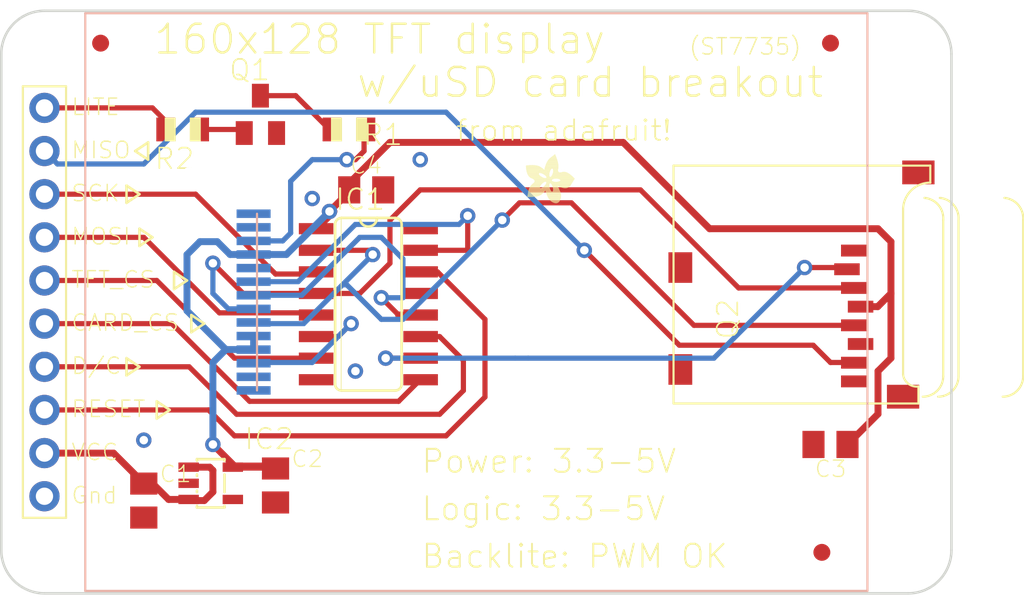
<source format=kicad_pcb>
(kicad_pcb (version 20190331) (host pcbnew "6.0.0-unknown-f877548~86~ubuntu18.04.1")
  (layers (0 "Top" signal) (1 "Route2" signal) (2 "Route3" signal) (3 "Route4" signal) (4 "Route5" signal) (5 "Route6" signal) (6 "Route7" signal) (7 "Route8" signal) (8 "Route9" signal) (9 "Route10" signal) (10 "Route11" signal) (11 "Route12" signal) (12 "Route13" signal) (13 "Route14" signal) (14 "Route15" signal) (31 "Bottom" signal) (34 "B.Paste" user) (35 "F.Paste" user) (36 "B.SilkS" user) (37 "F.SilkS" user) (38 "B.Mask" user) (39 "F.Mask" user) (44 "Edge.Cuts" user))
  (net 0 "")
  (net 1 "GND")
  (module "" (layer "Top") (at 123.1011 90.3986)
    (fp_text reference "@HOLE0" hide)
    (fp_text value "" (at 0 0) (layer "F.SilkS") (effects (font (size 1.27 1.27))))
    (pad "" np_thru_hole circle (at 0 0) (size 2.2 2.2) (drill 2.2) (layers *.Cu *.Mask))
  )
  (module "" (layer "Top") (at 123.1011 119.6086)
    (fp_text reference "@HOLE1" hide)
    (fp_text value "" (at 0 0) (layer "F.SilkS") (effects (font (size 1.27 1.27))))
    (pad "" np_thru_hole circle (at 0 0) (size 2.2 2.2) (drill 2.2) (layers *.Cu *.Mask))
  )
  (module "" (layer "Top") (at 173.9011 119.6086)
    (fp_text reference "@HOLE2" hide)
    (fp_text value "" (at 0 0) (layer "F.SilkS") (effects (font (size 1.27 1.27))))
    (pad "" np_thru_hole circle (at 0 0) (size 2.2 2.2) (drill 2.2) (layers *.Cu *.Mask))
  )
  (module "" (layer "Top") (at 173.9011 90.3986)
    (fp_text reference "@HOLE3" hide)
    (fp_text value "" (at 0 0) (layer "F.SilkS") (effects (font (size 1.27 1.27))))
    (pad "" np_thru_hole circle (at 0 0) (size 2.2 2.2) (drill 2.2) (layers *.Cu *.Mask))
  )
  (module "jdt1800-bob:JD-T1800" (layer "Bottom") (at 148.5011 105.0036 90)
    (fp_text reference "U$1" hide)
    (fp_text value "JD-T1800" hide)
    (pad "" np_thru_hole circle (at 7.65 -16.9 90) (size 0.6 0.6) (drill 0.6) (layers *.Cu *.Mask))
    (pad "" np_thru_hole circle (at -12.8 -16.9 90) (size 0.6 0.6) (drill 0.6) (layers *.Cu *.Mask))
    (pad "14" smd rect (at -5.2 -13.1) (size 2 0.5) (layers "Bottom" "B.Paste" "B.Mask"))
    (pad "1" smd rect (at 5.2 -13.1) (size 2 0.5) (layers "Bottom" "B.Paste" "B.Mask"))
    (pad "2" smd rect (at 4.4 -13.1) (size 2 0.5) (layers "Bottom" "B.Paste" "B.Mask"))
    (pad "3" smd rect (at 3.6 -13.1) (size 2 0.5) (layers "Bottom" "B.Paste" "B.Mask"))
    (pad "4" smd rect (at 2.8 -13.1) (size 2 0.5) (layers "Bottom" "B.Paste" "B.Mask"))
    (pad "5" smd rect (at 2 -13.1) (size 2 0.5) (layers "Bottom" "B.Paste" "B.Mask"))
    (pad "6" smd rect (at 1.2 -13.1) (size 2 0.5) (layers "Bottom" "B.Paste" "B.Mask"))
    (pad "7" smd rect (at 0.4 -13.1) (size 2 0.5) (layers "Bottom" "B.Paste" "B.Mask"))
    (pad "8" smd rect (at -0.4 -13.1) (size 2 0.5) (layers "Bottom" "B.Paste" "B.Mask"))
    (pad "9" smd rect (at -1.2 -13.1) (size 2 0.5) (layers "Bottom" "B.Paste" "B.Mask"))
    (pad "10" smd rect (at -2 -13.1) (size 2 0.5) (layers "Bottom" "B.Paste" "B.Mask"))
    (pad "11" smd rect (at -2.8 -13.1) (size 2 0.5) (layers "Bottom" "B.Paste" "B.Mask"))
    (pad "12" smd rect (at -3.6 -13.1) (size 2 0.5) (layers "Bottom" "B.Paste" "B.Mask"))
    (pad "13" smd rect (at -4.4 -13.1) (size 2 0.5) (layers "Bottom" "B.Paste" "B.Mask"))
  )
  (module "jdt1800-bob:SO16" (layer "Top") (at 142.1511 105.1306 270)
    (fp_text reference "IC1" (at -5.461 2.032) (layer "F.SilkS") (effects (font (size 1.2065 1.2065) (thickness 0.12065)) (justify left bottom)))
    (fp_text value "4050D")
    (pad "9" smd rect (at 4.445 -3.0734 270) (size 0.6604 2.032) (layers "Top" "F.Paste" "F.Mask"))
    (pad "8" smd rect (at 4.445 3.0734 270) (size 0.6604 2.032) (layers "Top" "F.Paste" "F.Mask"))
    (pad "10" smd rect (at 3.175 -3.0734 270) (size 0.6604 2.032) (layers "Top" "F.Paste" "F.Mask"))
    (pad "11" smd rect (at 1.905 -3.0734 270) (size 0.6604 2.032) (layers "Top" "F.Paste" "F.Mask"))
    (pad "7" smd rect (at 3.175 3.0734 270) (size 0.6604 2.032) (layers "Top" "F.Paste" "F.Mask"))
    (pad "6" smd rect (at 1.905 3.0734 270) (size 0.6604 2.032) (layers "Top" "F.Paste" "F.Mask"))
    (pad "12" smd rect (at 0.635 -3.0734 270) (size 0.6604 2.032) (layers "Top" "F.Paste" "F.Mask"))
    (pad "5" smd rect (at 0.635 3.0734 270) (size 0.6604 2.032) (layers "Top" "F.Paste" "F.Mask"))
    (pad "13" smd rect (at -0.635 -3.0734 270) (size 0.6604 2.032) (layers "Top" "F.Paste" "F.Mask"))
    (pad "4" smd rect (at -0.635 3.0734 270) (size 0.6604 2.032) (layers "Top" "F.Paste" "F.Mask"))
    (pad "14" smd rect (at -1.905 -3.0734 270) (size 0.6604 2.032) (layers "Top" "F.Paste" "F.Mask"))
    (pad "15" smd rect (at -3.175 -3.0734 270) (size 0.6604 2.032) (layers "Top" "F.Paste" "F.Mask"))
    (pad "3" smd rect (at -1.905 3.0734 270) (size 0.6604 2.032) (layers "Top" "F.Paste" "F.Mask"))
    (pad "2" smd rect (at -3.175 3.0734 270) (size 0.6604 2.032) (layers "Top" "F.Paste" "F.Mask"))
    (pad "16" smd rect (at -4.445 -3.0734 270) (size 0.6604 2.032) (layers "Top" "F.Paste" "F.Mask"))
    (pad "1" smd rect (at -4.445 3.0734 270) (size 0.6604 2.032) (layers "Top" "F.Paste" "F.Mask"))
  )
  (module "jdt1800-bob:MICROSD" (layer "Top") (at 160.0581 110.9726 90)
    (fp_text reference "Q2" (at 3.7 3.94 90) (layer "F.SilkS") (effects (font (size 1.2065 1.2065) (thickness 0.09652)) (justify left bottom)))
    (fp_text value "MICROSD" hide)
    (pad "1" smd rect (at 9 10.64 90) (size 0.7 1.5) (layers "Top" "F.Paste" "F.Mask"))
    (pad "2" smd rect (at 7.9 10.24 90) (size 0.7 1.5) (layers "Top" "F.Paste" "F.Mask"))
    (pad "3" smd rect (at 6.8 10.64 90) (size 0.7 1.5) (layers "Top" "F.Paste" "F.Mask"))
    (pad "4" smd rect (at 5.7 11.04 90) (size 0.7 1.5) (layers "Top" "F.Paste" "F.Mask"))
    (pad "5" smd rect (at 4.6 10.64 90) (size 0.7 1.5) (layers "Top" "F.Paste" "F.Mask"))
    (pad "6" smd rect (at 3.5 11.04 90) (size 0.7 1.5) (layers "Top" "F.Paste" "F.Mask"))
    (pad "7" smd rect (at 2.4 10.64 90) (size 0.7 1.5) (layers "Top" "F.Paste" "F.Mask"))
    (pad "8" smd rect (at 1.3 10.64 90) (size 0.7 1.5) (layers "Top" "F.Paste" "F.Mask"))
    (pad "CD2" smd rect (at 8 0.44 180) (size 1.4 1.8) (layers "Top" "F.Paste" "F.Mask"))
    (pad "CD1" smd rect (at 2 0.44 180) (size 1.4 1.8) (layers "Top" "F.Paste" "F.Mask"))
    (pad "MT2" smd rect (at 13.6 14.44 90) (size 1.4 1.9) (layers "Top" "F.Paste" "F.Mask"))
    (pad "MT1" smd rect (at 0.4 13.54 90) (size 1.4 1.9) (layers "Top" "F.Paste" "F.Mask"))
  )
  (module "jdt1800-bob:SOT23-5L" (layer "Top") (at 132.8801 115.6716 270)
    (fp_text reference "IC2" (at -1.905 -1.905) (layer "F.SilkS") (effects (font (size 1.2065 1.2065) (thickness 0.09652)) (justify left bottom)))
    (fp_text value "LP298XS")
    (pad "5" smd rect (at -0.95 -1.3 270) (size 0.55 1.2) (layers "Top" "F.Paste" "F.Mask"))
    (pad "4" smd rect (at 0.95 -1.3 270) (size 0.55 1.2) (layers "Top" "F.Paste" "F.Mask"))
    (pad "3" smd rect (at 0.95 1.3 270) (size 0.55 1.2) (layers "Top" "F.Paste" "F.Mask"))
    (pad "2" smd rect (at 0 1.3 270) (size 0.55 1.2) (layers "Top" "F.Paste" "F.Mask"))
    (pad "1" smd rect (at -0.95 1.3 270) (size 0.55 1.2) (layers "Top" "F.Paste" "F.Mask"))
  )
  (module "jdt1800-bob:R0805" (layer "Top") (at 141.0081 94.8436 180)
    (fp_text reference "R1" (at -0.762 -1.016) (layer "F.SilkS") (effects (font (size 1.2065 1.2065) (thickness 0.09652)) (justify left bottom)))
    (fp_text value "22 ohm")
    (pad "2" smd rect (at 1 0 180) (size 1.1 1.4) (layers "Top" "F.Paste" "F.Mask"))
    (pad "1" smd rect (at -1 0 180) (size 1.1 1.4) (layers "Top" "F.Paste" "F.Mask"))
  )
  (module "jdt1800-bob:SOT23-BEC" (layer "Top") (at 135.8011 93.9546)
    (fp_text reference "Q1" (at -1.905 -1.905) (layer "F.SilkS") (effects (font (size 1.2065 1.2065) (thickness 0.09652)) (justify left bottom)))
    (fp_text value "2N2222")
    (pad "B" smd rect (at -0.95 1.1) (size 1 1.4) (layers "Top" "F.Paste" "F.Mask"))
    (pad "E" smd rect (at 0.95 1.1) (size 1 1.4) (layers "Top" "F.Paste" "F.Mask"))
    (pad "C" smd rect (at 0 -1.1) (size 1 1.4) (layers "Top" "F.Paste" "F.Mask"))
  )
  (module "jdt1800-bob:R0805" (layer "Top") (at 131.2291 94.8436 180)
    (fp_text reference "R2" (at -0.762 -1.016) (layer "F.SilkS") (effects (font (size 1.2065 1.2065) (thickness 0.09652)) (justify right top)))
    (fp_text value "1K")
    (pad "2" smd rect (at 1 0 180) (size 1.1 1.4) (layers "Top" "F.Paste" "F.Mask"))
    (pad "1" smd rect (at -1 0 180) (size 1.1 1.4) (layers "Top" "F.Paste" "F.Mask"))
  )
  (module "jdt1800-bob:C0805K" (layer "Top") (at 128.9431 116.6876 270)
    (fp_text reference "C1" (at -1 -0.875) (layer "F.SilkS") (effects (font (size 0.9652 0.9652) (thickness 0.077216)) (justify left bottom)))
    (fp_text value "10uF")
    (pad "2" smd rect (at 1 0 270) (size 1.3 1.6) (layers "Top" "F.Paste" "F.Mask"))
    (pad "1" smd rect (at -1 0 270) (size 1.3 1.6) (layers "Top" "F.Paste" "F.Mask"))
  )
  (module "jdt1800-bob:C0805K" (layer "Top") (at 136.6901 115.7986 270)
    (fp_text reference "C2" (at -1 -0.875) (layer "F.SilkS") (effects (font (size 0.9652 0.9652) (thickness 0.077216)) (justify left bottom)))
    (fp_text value "10uF")
    (pad "2" smd rect (at 1 0 270) (size 1.3 1.6) (layers "Top" "F.Paste" "F.Mask"))
    (pad "1" smd rect (at -1 0 270) (size 1.3 1.6) (layers "Top" "F.Paste" "F.Mask"))
  )
  (module "jdt1800-bob:C0805K" (layer "Top") (at 169.3291 113.3856 180)
    (fp_text reference "C3" (at -1 -0.875) (layer "F.SilkS") (effects (font (size 0.9652 0.9652) (thickness 0.077216)) (justify right top)))
    (fp_text value "0.1uF")
    (pad "2" smd rect (at 1 0 180) (size 1.3 1.6) (layers "Top" "F.Paste" "F.Mask"))
    (pad "1" smd rect (at -1 0 180) (size 1.3 1.6) (layers "Top" "F.Paste" "F.Mask"))
  )
  (module "jdt1800-bob:C0805K" (layer "Top") (at 142.0241 98.3996)
    (fp_text reference "C4" (at -1 -0.875) (layer "F.SilkS") (effects (font (size 0.9652 0.9652) (thickness 0.077216)) (justify left bottom)))
    (fp_text value "0.1uF")
    (pad "2" smd rect (at 1 0) (size 1.3 1.6) (layers "Top" "F.Paste" "F.Mask"))
    (pad "1" smd rect (at -1 0) (size 1.3 1.6) (layers "Top" "F.Paste" "F.Mask"))
  )
  (module "jdt1800-bob:1X10-BIG" (layer "Top") (at 123.1011 105.0036 270)
    (fp_text reference "U$2" hide)
    (fp_text value "PINHD-1X10" hide)
    (pad "10" thru_hole circle (at 11.43 0) (size 1.778 1.778) (drill 1.016) (layers *.Cu *.Mask))
    (pad "9" thru_hole circle (at 8.89 0) (size 1.778 1.778) (drill 1.016) (layers *.Cu *.Mask))
    (pad "8" thru_hole circle (at 6.35 0) (size 1.778 1.778) (drill 1.016) (layers *.Cu *.Mask))
    (pad "7" thru_hole circle (at 3.81 0) (size 1.778 1.778) (drill 1.016) (layers *.Cu *.Mask))
    (pad "6" thru_hole circle (at 1.27 0) (size 1.778 1.778) (drill 1.016) (layers *.Cu *.Mask))
    (pad "5" thru_hole circle (at -1.27 0) (size 1.778 1.778) (drill 1.016) (layers *.Cu *.Mask))
    (pad "4" thru_hole circle (at -3.81 0) (size 1.778 1.778) (drill 1.016) (layers *.Cu *.Mask))
    (pad "3" thru_hole circle (at -6.35 0) (size 1.778 1.778) (drill 1.016) (layers *.Cu *.Mask))
    (pad "2" thru_hole circle (at -8.89 0) (size 1.778 1.778) (drill 1.016) (layers *.Cu *.Mask))
    (pad "1" thru_hole circle (at -11.43 0) (size 1.778 1.778) (drill 1.016) (layers *.Cu *.Mask))
  )
  (module "jdt1800-bob:FIDUCIAL_1MM" (layer "Top") (at 168.8211 119.7356)
    (fp_text reference "U$3" hide)
    (fp_text value "FIDUCIAL" hide)
    (pad "1" smd roundrect (at 0 0) (size 1 1) (layers "Top" "F.Mask") (roundrect_rratio 0.5))
  )
  (module "jdt1800-bob:FIDUCIAL_1MM" (layer "Top") (at 126.4031 89.7636)
    (fp_text reference "U$4" hide)
    (fp_text value "FIDUCIAL" hide)
    (pad "1" smd roundrect (at 0 0) (size 1 1) (layers "Top" "F.Mask") (roundrect_rratio 0.5))
  )
  (module "jdt1800-bob:FIDUCIAL_1MM" (layer "Top") (at 169.3291 89.7636)
    (fp_text reference "U$5" hide)
    (fp_text value "FIDUCIAL" hide)
    (pad "1" smd roundrect (at 0 0) (size 1 1) (layers "Top" "F.Mask") (roundrect_rratio 0.5))
  )
  (module "jdt1800-bob:ADAFRUIT200MIL" (layer "Top") (at 152.8191 97.6376 270)
    (fp_text reference "U$6" hide)
    (fp_text value "" hide)
  )
  (gr_arc (start 123.1011 90.3986) (end 123.1011 87.8586) (angle -90) (layer "Edge.Cuts") (width 0.15))
  (gr_line (start 120.5611 90.3986) (end 120.5611 119.6086) (layer "Edge.Cuts") (width 0.15))
  (gr_arc (start 123.1011 119.6086) (end 120.5611 119.6086) (angle -90) (layer "Edge.Cuts") (width 0.15))
  (gr_line (start 123.1011 122.1486) (end 173.9011 122.1486) (layer "Edge.Cuts") (width 0.15))
  (gr_arc (start 173.9011 119.6086) (end 173.9011 122.1486) (angle -90) (layer "Edge.Cuts") (width 0.15))
  (gr_line (start 176.4411 119.6086) (end 176.4411 90.3986) (layer "Edge.Cuts") (width 0.15))
  (gr_arc (start 173.9011 90.3986) (end 176.4411 90.3986) (angle -90) (layer "Edge.Cuts") (width 0.15))
  (gr_line (start 173.9011 87.8586) (end 123.1011 87.8586) (layer "Edge.Cuts") (width 0.15))
  (gr_line (start 127.9271 98.1456) (end 128.6891 98.6536) (layer "F.SilkS") (width 0.15))
  (gr_line (start 128.6891 98.6536) (end 127.9271 99.1616) (layer "F.SilkS") (width 0.15))
  (gr_line (start 127.9271 99.1616) (end 127.9271 98.1456) (layer "F.SilkS") (width 0.15))
  (gr_line (start 128.4351 96.1136) (end 129.1971 95.6056) (layer "F.SilkS") (width 0.15))
  (gr_line (start 129.1971 95.6056) (end 129.1971 96.6216) (layer "F.SilkS") (width 0.15))
  (gr_line (start 129.1971 96.6216) (end 128.4351 96.1136) (layer "F.SilkS") (width 0.15))
  (gr_line (start 128.6891 100.6856) (end 128.6891 101.7016) (layer "F.SilkS") (width 0.15))
  (gr_line (start 128.6891 101.7016) (end 129.4511 101.1936) (layer "F.SilkS") (width 0.15))
  (gr_line (start 129.4511 101.1936) (end 128.6891 100.6856) (layer "F.SilkS") (width 0.15))
  (gr_line (start 130.7211 103.2256) (end 130.7211 104.2416) (layer "F.SilkS") (width 0.15))
  (gr_line (start 130.7211 104.2416) (end 131.4831 103.7336) (layer "F.SilkS") (width 0.15))
  (gr_line (start 131.4831 103.7336) (end 130.7211 103.2256) (layer "F.SilkS") (width 0.15))
  (gr_line (start 131.7371 105.7656) (end 131.7371 106.7816) (layer "F.SilkS") (width 0.15))
  (gr_line (start 131.7371 106.7816) (end 132.4991 106.2736) (layer "F.SilkS") (width 0.15))
  (gr_line (start 132.4991 106.2736) (end 131.7371 105.7656) (layer "F.SilkS") (width 0.15))
  (gr_line (start 127.9271 108.3056) (end 127.9271 109.3216) (layer "F.SilkS") (width 0.15))
  (gr_line (start 127.9271 109.3216) (end 128.6891 108.8136) (layer "F.SilkS") (width 0.15))
  (gr_line (start 128.6891 108.8136) (end 127.9271 108.3056) (layer "F.SilkS") (width 0.15))
  (gr_line (start 129.7051 110.8456) (end 129.7051 111.8616) (layer "F.SilkS") (width 0.15))
  (gr_line (start 129.7051 111.8616) (end 130.4671 111.3536) (layer "F.SilkS") (width 0.15))
  (gr_line (start 130.4671 111.3536) (end 129.7051 110.8456) (layer "F.SilkS") (width 0.15))
  (gr_text "VCC" (at 124.6251 114.4016) (layer "F.SilkS") (effects (font (size 0.9652 0.9652) (thickness 0.08128)) (justify left bottom)))
  (gr_text "RESET" (at 124.6251 111.8616) (layer "F.SilkS") (effects (font (size 0.9652 0.9652) (thickness 0.08128)) (justify left bottom)))
  (gr_text "D/C" (at 124.6251 109.3216) (layer "F.SilkS") (effects (font (size 0.9652 0.9652) (thickness 0.08128)) (justify left bottom)))
  (gr_text "CARD_CS" (at 124.6251 106.7816) (layer "F.SilkS") (effects (font (size 0.9652 0.9652) (thickness 0.08128)) (justify left bottom)))
  (gr_text "TFT_CS" (at 124.6251 104.2416) (layer "F.SilkS") (effects (font (size 0.9652 0.9652) (thickness 0.08128)) (justify left bottom)))
  (gr_text "MOSI" (at 124.6251 101.7016) (layer "F.SilkS") (effects (font (size 0.9652 0.9652) (thickness 0.08128)) (justify left bottom)))
  (gr_text "SCK" (at 124.6251 99.1616) (layer "F.SilkS") (effects (font (size 0.9652 0.9652) (thickness 0.08128)) (justify left bottom)))
  (gr_text "MISO" (at 124.6251 96.6216) (layer "F.SilkS") (effects (font (size 0.9652 0.9652) (thickness 0.08128)) (justify left bottom)))
  (gr_text "LITE" (at 124.6251 94.0816) (layer "F.SilkS") (effects (font (size 0.9652 0.9652) (thickness 0.08128)) (justify left bottom)))
  (gr_text "160x128 TFT display" (at 129.4511 90.5256) (layer "F.SilkS") (effects (font (size 1.6891 1.6891) (thickness 0.14224)) (justify left bottom)))
  (gr_text "w/uSD card breakout" (at 141.3891 93.0656) (layer "F.SilkS") (effects (font (size 1.6891 1.6891) (thickness 0.14224)) (justify left bottom)))
  (gr_text "Power: 3.3-5V" (at 145.1991 115.1636) (layer "F.SilkS") (effects (font (size 1.35128 1.35128) (thickness 0.113792)) (justify left bottom)))
  (gr_text "Logic: 3.3-5V" (at 145.1991 117.9576) (layer "F.SilkS") (effects (font (size 1.35128 1.35128) (thickness 0.113792)) (justify left bottom)))
  (gr_text "from adafruit!" (at 147.2311 95.6056) (layer "F.SilkS") (effects (font (size 1.2065 1.2065) (thickness 0.1016)) (justify left bottom)))
  (gr_text "Backlite: PWM OK" (at 145.1991 120.7516) (layer "F.SilkS") (effects (font (size 1.35128 1.35128) (thickness 0.113792)) (justify left bottom)))
  (gr_text "Gnd" (at 124.6251 116.9416) (layer "F.SilkS") (effects (font (size 0.9652 0.9652) (thickness 0.08128)) (justify left bottom)))
  (gr_text "(ST7735)" (at 160.9471 90.5256) (layer "F.SilkS") (effects (font (size 0.9652 0.9652) (thickness 0.08128)) (justify left bottom)))
  (via (at 138.8491 98.9076) (size 0.9064) (drill 0.5) (layers "Top" "Bottom") (net 1))
  (via (at 145.1991 96.6216) (size 0.9064) (drill 0.5) (layers "Top" "Bottom") (net 1))
  (via (at 128.9431 113.1316) (size 0.9064) (drill 0.5) (layers "Top" "Bottom") (net 1))
  (via (at 141.3891 109.0676) (size 0.9064) (drill 0.5) (layers "Top" "Bottom") (net 1))
  (segment (start 131.9911 98.6536) (end 123.1011 98.6536) (width 0.3048) (layer "Top") (net 0))
  (segment (start 139.2047 103.3526) (end 139.2301 103.3526) (width 0.3048) (layer "Top") (net 0))
  (segment (start 139.0777 103.2256) (end 139.2047 103.3526) (width 0.3048) (layer "Top") (net 0))
  (segment (start 136.6901 103.3526) (end 131.9911 98.6536) (width 0.3048) (layer "Top") (net 0))
  (segment (start 139.2047 103.3526) (end 136.6901 103.3526) (width 0.3048) (layer "Top") (net 0))
  (segment (start 142.1511 101.9556) (end 139.0777 101.9556) (width 0.3048) (layer "Top") (net 0))
  (segment (start 142.4051 102.2096) (end 142.1511 101.9556) (width 0.3048) (layer "Top") (net 0))
  (segment (start 135.4711 106.2736) (end 135.4011 106.2036) (width 0.3048) (layer "Bottom") (net 0))
  (segment (start 140.6271 103.9876) (end 142.4051 102.2096) (width 0.3048) (layer "Bottom") (net 0))
  (segment (start 140.6271 103.9876) (end 138.3411 106.2736) (width 0.3048) (layer "Bottom") (net 0))
  (segment (start 138.3411 106.2736) (end 135.4711 106.2736) (width 0.3048) (layer "Bottom") (net 0))
  (segment (start 144.1831 106.0196) (end 142.9131 106.0196) (width 0.3048) (layer "Bottom") (net 0))
  (segment (start 142.9131 106.0196) (end 140.8811 103.9876) (width 0.3048) (layer "Bottom") (net 0))
  (segment (start 140.8811 103.9876) (end 140.6271 103.9876) (width 0.3048) (layer "Bottom") (net 0))
  (segment (start 161.3001 106.3726) (end 170.6981 106.3726) (width 0.3048) (layer "Top") (net 0))
  (segment (start 154.0891 99.1616) (end 161.3001 106.3726) (width 0.3048) (layer "Top") (net 0))
  (segment (start 151.0411 99.1616) (end 154.0891 99.1616) (width 0.3048) (layer "Top") (net 0))
  (segment (start 150.0251 100.1776) (end 151.0411 99.1616) (width 0.3048) (layer "Top") (net 0))
  (segment (start 150.0251 100.1776) (end 144.1831 106.0196) (width 0.3048) (layer "Bottom") (net 0))
  (via (at 142.4051 102.2096) (size 0.9064) (drill 0.5) (layers "Top" "Bottom") (net 0))
  (via (at 150.0251 100.1776) (size 0.9064) (drill 0.5) (layers "Top" "Bottom") (net 0))
  (segment (start 128.9431 101.1936) (end 123.1011 101.1936) (width 0.3048) (layer "Top") (net 0))
  (segment (start 133.3881 105.6386) (end 128.9431 101.1936) (width 0.3048) (layer "Top") (net 0))
  (segment (start 139.0777 105.7656) (end 139.2301 105.7656) (width 0.3048) (layer "Top") (net 0))
  (segment (start 139.1031 105.6386) (end 133.3881 105.6386) (width 0.3048) (layer "Top") (net 0))
  (segment (start 139.2301 105.7656) (end 139.1031 105.6386) (width 0.3048) (layer "Top") (net 0))
  (segment (start 133.9151 105.4036) (end 135.4011 105.4036) (width 0.3048) (layer "Bottom") (net 0))
  (segment (start 133.0071 104.4956) (end 133.9151 105.4036) (width 0.3048) (layer "Bottom") (net 0))
  (segment (start 133.0071 102.7176) (end 133.0071 104.4956) (width 0.3048) (layer "Bottom") (net 0))
  (segment (start 139.0777 104.4956) (end 139.1031 104.4956) (width 0.3048) (layer "Top") (net 0))
  (segment (start 134.7851 104.4956) (end 133.0071 102.7176) (width 0.3048) (layer "Top") (net 0))
  (segment (start 139.0777 104.4956) (end 134.7851 104.4956) (width 0.3048) (layer "Top") (net 0))
  (segment (start 145.1991 98.3996) (end 143.4211 100.1776) (width 0.3048) (layer "Top") (net 0))
  (segment (start 143.4211 100.1776) (end 143.4211 102.7176) (width 0.3048) (layer "Top") (net 0))
  (segment (start 143.4211 102.7176) (end 141.6431 104.4956) (width 0.3048) (layer "Top") (net 0))
  (segment (start 141.6431 104.4956) (end 139.0777 104.4956) (width 0.3048) (layer "Top") (net 0))
  (segment (start 163.9261 104.1726) (end 170.6981 104.1726) (width 0.3048) (layer "Top") (net 0))
  (segment (start 158.1531 98.3996) (end 163.9261 104.1726) (width 0.3048) (layer "Top") (net 0))
  (segment (start 145.1991 98.3996) (end 158.1531 98.3996) (width 0.3048) (layer "Top") (net 0))
  (via (at 133.0071 102.7176) (size 0.9064) (drill 0.5) (layers "Top" "Bottom") (net 0))
  (segment (start 123.8631 96.8756) (end 123.1011 96.1136) (width 0.3048) (layer "Bottom") (net 0))
  (segment (start 128.9431 96.8756) (end 123.8631 96.8756) (width 0.3048) (layer "Bottom") (net 0))
  (segment (start 131.9911 93.8276) (end 128.9431 96.8756) (width 0.3048) (layer "Bottom") (net 0))
  (segment (start 131.9911 93.8276) (end 146.7231 93.8276) (width 0.3048) (layer "Bottom") (net 0))
  (segment (start 146.7231 93.8276) (end 154.8511 101.9556) (width 0.3048) (layer "Bottom") (net 0))
  (segment (start 168.3131 107.5436) (end 169.3291 108.5596) (width 0.3048) (layer "Top") (net 0))
  (segment (start 170.8531 108.5596) (end 170.8401 108.5726) (width 0.3048) (layer "Top") (net 0))
  (segment (start 170.8401 108.5726) (end 170.6981 108.5726) (width 0.3048) (layer "Top") (net 0))
  (segment (start 169.3291 108.5596) (end 170.8531 108.5596) (width 0.3048) (layer "Top") (net 0))
  (segment (start 160.4391 107.5436) (end 168.3131 107.5436) (width 0.3048) (layer "Top") (net 0))
  (segment (start 154.8511 101.9556) (end 160.4391 107.5436) (width 0.3048) (layer "Top") (net 0))
  (via (at 154.8511 101.9556) (size 0.9064) (drill 0.5) (layers "Top" "Bottom") (net 0))
  (segment (start 136.7511 114.7216) (end 136.6901 114.7826) (width 0.4064) (layer "Top") (net 0))
  (segment (start 136.6901 114.7826) (end 136.6901 114.7986) (width 0.4064) (layer "Top") (net 0))
  (segment (start 136.7511 114.7216) (end 134.1801 114.7216) (width 0.4064) (layer "Top") (net 0))
  (segment (start 136.8171 114.6556) (end 136.7511 114.7216) (width 0.4064) (layer "Top") (net 0))
  (segment (start 134.2771 114.6556) (end 136.8171 114.6556) (width 0.4064) (layer "Top") (net 0))
  (segment (start 133.0071 113.3856) (end 134.2771 114.6556) (width 0.4064) (layer "Top") (net 0))
  (segment (start 133.0071 108.5596) (end 133.0071 113.3856) (width 0.4064) (layer "Bottom") (net 0))
  (segment (start 133.7691 107.7976) (end 133.0071 108.5596) (width 0.4064) (layer "Bottom") (net 0))
  (segment (start 133.7691 107.7976) (end 135.2931 107.7976) (width 0.4064) (layer "Bottom") (net 0))
  (segment (start 135.2931 107.7976) (end 135.2991 107.8036) (width 0.4064) (layer "Bottom") (net 0))
  (segment (start 135.2991 107.8036) (end 135.4011 107.8036) (width 0.4064) (layer "Bottom") (net 0))
  (segment (start 135.4011 107.6896) (end 135.4011 107.0036) (width 0.4064) (layer "Bottom") (net 0))
  (segment (start 135.2931 107.7976) (end 135.4011 107.6896) (width 0.4064) (layer "Bottom") (net 0))
  (segment (start 135.4011 102.2036) (end 134.0171 102.2036) (width 0.4064) (layer "Bottom") (net 0))
  (segment (start 134.0171 102.2036) (end 133.2611 101.4476) (width 0.4064) (layer "Bottom") (net 0))
  (segment (start 133.2611 101.4476) (end 132.2451 101.4476) (width 0.4064) (layer "Bottom") (net 0))
  (segment (start 132.2451 101.4476) (end 131.4831 102.2096) (width 0.4064) (layer "Bottom") (net 0))
  (segment (start 131.4831 102.2096) (end 131.4831 105.5116) (width 0.4064) (layer "Bottom") (net 0))
  (segment (start 131.4831 105.5116) (end 133.7691 107.7976) (width 0.4064) (layer "Bottom") (net 0))
  (segment (start 137.3311 102.2036) (end 135.4011 102.2036) (width 0.4064) (layer "Bottom") (net 0))
  (segment (start 139.8651 99.6696) (end 137.3311 102.2036) (width 0.4064) (layer "Bottom") (net 0))
  (segment (start 139.1031 100.6856) (end 139.0777 100.6856) (width 0.4064) (layer "Top") (net 0))
  (segment (start 139.8651 99.6696) (end 140.1191 99.6696) (width 0.4064) (layer "Top") (net 0))
  (segment (start 140.1191 99.6696) (end 139.1031 100.6856) (width 0.4064) (layer "Top") (net 0))
  (segment (start 172.1081 105.2726) (end 171.0981 105.2726) (width 0.4064) (layer "Top") (net 0))
  (segment (start 172.8851 104.4956) (end 172.1081 105.2726) (width 0.4064) (layer "Top") (net 0))
  (segment (start 172.8851 101.4476) (end 172.8851 104.4956) (width 0.4064) (layer "Top") (net 0))
  (segment (start 172.1231 100.6856) (end 172.8851 101.4476) (width 0.4064) (layer "Top") (net 0))
  (segment (start 172.1231 111.5916) (end 170.3291 113.3856) (width 0.4064) (layer "Top") (net 0))
  (segment (start 172.1231 109.0676) (end 172.1231 111.5916) (width 0.4064) (layer "Top") (net 0))
  (segment (start 172.8851 108.3056) (end 172.1231 109.0676) (width 0.4064) (layer "Top") (net 0))
  (segment (start 172.8851 104.4956) (end 172.8851 108.3056) (width 0.4064) (layer "Top") (net 0))
  (segment (start 140.8811 98.3996) (end 140.8811 98.6536) (width 0.4064) (layer "Top") (net 0))
  (segment (start 140.8811 98.6536) (end 139.8651 99.6696) (width 0.4064) (layer "Top") (net 0))
  (segment (start 141.0241 98.3996) (end 140.8811 98.3996) (width 0.4064) (layer "Top") (net 0))
  (segment (start 143.4211 95.6056) (end 157.1371 95.6056) (width 0.4064) (layer "Top") (net 0))
  (segment (start 141.0241 98.3996) (end 141.1351 98.3996) (width 0.4064) (layer "Top") (net 0))
  (segment (start 141.1351 97.8916) (end 143.4211 95.6056) (width 0.4064) (layer "Top") (net 0))
  (segment (start 141.1351 98.3996) (end 141.1351 97.8916) (width 0.4064) (layer "Top") (net 0))
  (segment (start 157.1371 95.6056) (end 162.2171 100.6856) (width 0.4064) (layer "Top") (net 0))
  (segment (start 162.2171 100.6856) (end 172.1231 100.6856) (width 0.4064) (layer "Top") (net 0))
  (via (at 133.0071 113.3856) (size 0.9064) (drill 0.5) (layers "Top" "Bottom") (net 0))
  (via (at 139.8651 99.6696) (size 0.9064) (drill 0.5) (layers "Top" "Bottom") (net 0))
  (segment (start 130.5941 106.2736) (end 123.1011 106.2736) (width 0.3048) (layer "Top") (net 0))
  (segment (start 135.1661 110.8456) (end 130.5941 106.2736) (width 0.3048) (layer "Top") (net 0))
  (segment (start 145.2245 109.5756) (end 145.1991 109.5756) (width 0.3048) (layer "Top") (net 0))
  (segment (start 143.9291 110.8456) (end 135.1661 110.8456) (width 0.3048) (layer "Top") (net 0))
  (segment (start 145.1991 109.5756) (end 143.9291 110.8456) (width 0.3048) (layer "Top") (net 0))
  (segment (start 143.1671 108.3056) (end 145.2245 108.3056) (width 0.3048) (layer "Top") (net 0))
  (segment (start 150.7871 108.3056) (end 143.1671 108.3056) (width 0.3048) (layer "Bottom") (net 0))
  (segment (start 151.5491 108.3056) (end 150.7871 108.3056) (width 0.3048) (layer "Bottom") (net 0))
  (segment (start 151.5491 108.3056) (end 162.4711 108.3056) (width 0.3048) (layer "Bottom") (net 0))
  (segment (start 162.4711 108.3056) (end 167.8051 102.9716) (width 0.3048) (layer "Bottom") (net 0))
  (segment (start 170.3451 102.9716) (end 170.2981 103.0186) (width 0.3048) (layer "Top") (net 0))
  (segment (start 170.2981 103.0186) (end 170.2981 103.0726) (width 0.3048) (layer "Top") (net 0))
  (segment (start 167.8051 102.9716) (end 170.3451 102.9716) (width 0.3048) (layer "Top") (net 0))
  (via (at 143.1671 108.3056) (size 0.9064) (drill 0.5) (layers "Top" "Bottom") (net 0))
  (via (at 167.8051 102.9716) (size 0.9064) (drill 0.5) (layers "Top" "Bottom") (net 0))
  (segment (start 137.1151 101.4036) (end 135.4011 101.4036) (width 0.3048) (layer "Bottom") (net 0))
  (segment (start 137.5791 100.9396) (end 137.1151 101.4036) (width 0.3048) (layer "Bottom") (net 0))
  (segment (start 137.5791 97.8916) (end 137.5791 100.9396) (width 0.3048) (layer "Bottom") (net 0))
  (segment (start 138.8491 96.6216) (end 137.5791 97.8916) (width 0.3048) (layer "Bottom") (net 0))
  (segment (start 140.8811 96.6216) (end 138.8491 96.6216) (width 0.3048) (layer "Bottom") (net 0))
  (segment (start 141.8971 94.8436) (end 142.0081 94.8436) (width 0.3048) (layer "Top") (net 0))
  (segment (start 140.8811 96.6216) (end 141.3891 96.6216) (width 0.3048) (layer "Top") (net 0))
  (segment (start 141.3891 96.6216) (end 141.8971 96.1136) (width 0.3048) (layer "Top") (net 0))
  (segment (start 141.8971 96.1136) (end 141.8971 94.8436) (width 0.3048) (layer "Top") (net 0))
  (via (at 140.8811 96.6216) (size 0.9064) (drill 0.5) (layers "Top" "Bottom") (net 0))
  (segment (start 139.8651 94.8436) (end 140.0081 94.8436) (width 0.3048) (layer "Top") (net 0))
  (segment (start 137.8761 92.8546) (end 135.8011 92.8546) (width 0.3048) (layer "Top") (net 0))
  (segment (start 137.8761 92.8546) (end 139.8651 94.8436) (width 0.3048) (layer "Top") (net 0))
  (segment (start 129.4511 93.5736) (end 123.1011 93.5736) (width 0.3048) (layer "Top") (net 0))
  (segment (start 130.4671 94.5896) (end 129.4511 93.5736) (width 0.3048) (layer "Top") (net 0))
  (segment (start 130.2291 94.8436) (end 130.2131 94.8436) (width 0.3048) (layer "Top") (net 0))
  (segment (start 130.2131 94.8436) (end 130.4671 94.5896) (width 0.3048) (layer "Top") (net 0))
  (segment (start 131.6101 108.8136) (end 123.1011 108.8136) (width 0.3048) (layer "Top") (net 0))
  (segment (start 134.4041 111.6076) (end 131.6101 108.8136) (width 0.3048) (layer "Top") (net 0))
  (segment (start 146.3421 111.6076) (end 134.4041 111.6076) (width 0.3048) (layer "Top") (net 0))
  (segment (start 147.7391 110.2106) (end 146.3421 111.6076) (width 0.3048) (layer "Top") (net 0))
  (segment (start 147.7391 108.4326) (end 147.7391 110.2106) (width 0.3048) (layer "Top") (net 0))
  (segment (start 146.3421 107.0356) (end 147.7391 108.4326) (width 0.3048) (layer "Top") (net 0))
  (segment (start 146.3421 107.0356) (end 145.2245 107.0356) (width 0.3048) (layer "Top") (net 0))
  (segment (start 143.9291 105.7656) (end 145.2245 105.7656) (width 0.4064) (layer "Top") (net 0))
  (segment (start 142.9131 104.7496) (end 143.9291 105.7656) (width 0.3048) (layer "Top") (net 0))
  (segment (start 144.1831 104.7496) (end 142.9131 104.7496) (width 0.3048) (layer "Bottom") (net 0))
  (segment (start 144.1831 102.4636) (end 144.1831 104.7496) (width 0.3048) (layer "Bottom") (net 0))
  (segment (start 144.1831 102.4636) (end 142.9131 101.1936) (width 0.3048) (layer "Bottom") (net 0))
  (segment (start 142.9131 101.1936) (end 141.6431 101.1936) (width 0.3048) (layer "Bottom") (net 0))
  (segment (start 138.2331 104.6036) (end 135.4011 104.6036) (width 0.3048) (layer "Bottom") (net 0))
  (segment (start 141.6431 101.1936) (end 138.2331 104.6036) (width 0.3048) (layer "Bottom") (net 0))
  (via (at 142.9131 104.7496) (size 0.9064) (drill 0.5) (layers "Top" "Bottom") (net 0))
  (segment (start 140.3731 107.0356) (end 139.0777 107.0356) (width 0.3048) (layer "Top") (net 0))
  (segment (start 141.1351 106.2736) (end 140.3731 107.0356) (width 0.3048) (layer "Top") (net 0))
  (segment (start 135.4451 108.5596) (end 135.4011 108.6036) (width 0.3048) (layer "Bottom") (net 0))
  (segment (start 141.1351 106.2736) (end 138.8491 108.5596) (width 0.3048) (layer "Bottom") (net 0))
  (segment (start 138.8491 108.5596) (end 135.4451 108.5596) (width 0.3048) (layer "Bottom") (net 0))
  (via (at 141.1351 106.2736) (size 0.9064) (drill 0.5) (layers "Top" "Bottom") (net 0))
  (segment (start 129.7051 103.7336) (end 123.1011 103.7336) (width 0.3048) (layer "Top") (net 0))
  (segment (start 134.2771 108.3056) (end 129.7051 103.7336) (width 0.3048) (layer "Top") (net 0))
  (segment (start 139.0777 108.3056) (end 139.1031 108.3056) (width 0.3048) (layer "Top") (net 0))
  (segment (start 139.1031 108.3056) (end 134.2771 108.3056) (width 0.3048) (layer "Top") (net 0))
  (segment (start 139.1031 108.3056) (end 139.2301 108.4326) (width 0.3048) (layer "Top") (net 0))
  (segment (start 132.7531 111.3536) (end 123.1011 111.3536) (width 0.3048) (layer "Top") (net 0))
  (segment (start 134.2771 112.8776) (end 132.7531 111.3536) (width 0.3048) (layer "Top") (net 0))
  (segment (start 146.7231 112.8776) (end 134.2771 112.8776) (width 0.3048) (layer "Top") (net 0))
  (segment (start 149.0091 110.5916) (end 146.7231 112.8776) (width 0.3048) (layer "Top") (net 0))
  (segment (start 149.0091 106.0196) (end 149.0091 110.5916) (width 0.3048) (layer "Top") (net 0))
  (segment (start 146.2151 103.2256) (end 149.0091 106.0196) (width 0.3048) (layer "Top") (net 0))
  (segment (start 145.2245 103.2256) (end 145.1991 103.2256) (width 0.3048) (layer "Top") (net 0))
  (segment (start 146.2151 103.2256) (end 145.2245 103.2256) (width 0.3048) (layer "Top") (net 0))
  (segment (start 138.0171 103.8036) (end 135.4011 103.8036) (width 0.3048) (layer "Bottom") (net 0))
  (segment (start 141.3891 100.4316) (end 138.0171 103.8036) (width 0.3048) (layer "Bottom") (net 0))
  (segment (start 147.4851 100.4316) (end 141.3891 100.4316) (width 0.3048) (layer "Bottom") (net 0))
  (segment (start 147.9931 99.9236) (end 147.4851 100.4316) (width 0.3048) (layer "Bottom") (net 0))
  (segment (start 145.2245 101.9556) (end 145.4531 101.9556) (width 0.3048) (layer "Top") (net 0))
  (segment (start 147.9931 101.9556) (end 147.9931 99.9236) (width 0.3048) (layer "Top") (net 0))
  (segment (start 145.2245 101.9556) (end 147.9931 101.9556) (width 0.3048) (layer "Top") (net 0))
  (via (at 147.9931 99.9236) (size 0.9064) (drill 0.5) (layers "Top" "Bottom") (net 0))
  (segment (start 128.9431 115.6876) (end 128.9431 115.6716) (width 0.4064) (layer "Top") (net 0))
  (segment (start 127.1651 113.8936) (end 123.1011 113.8936) (width 0.4064) (layer "Top") (net 0))
  (segment (start 128.9431 115.6716) (end 127.1651 113.8936) (width 0.4064) (layer "Top") (net 0))
  (segment (start 131.5801 116.6216) (end 130.4011 116.6216) (width 0.4064) (layer "Top") (net 0))
  (segment (start 130.4011 116.6216) (end 129.4511 115.6716) (width 0.4064) (layer "Top") (net 0))
  (segment (start 128.9431 115.9256) (end 128.9431 115.6876) (width 0.4064) (layer "Top") (net 0))
  (segment (start 129.4511 115.6716) (end 129.1971 115.6716) (width 0.4064) (layer "Top") (net 0))
  (segment (start 129.1971 115.6716) (end 128.9431 115.9256) (width 0.4064) (layer "Top") (net 0))
  (segment (start 132.8191 114.7216) (end 131.5801 114.7216) (width 0.4064) (layer "Top") (net 0))
  (segment (start 133.0071 114.9096) (end 132.8191 114.7216) (width 0.4064) (layer "Top") (net 0))
  (segment (start 133.0071 114.9096) (end 133.0071 116.1796) (width 0.4064) (layer "Top") (net 0))
  (segment (start 133.0071 116.1796) (end 132.4991 116.6876) (width 0.4064) (layer "Top") (net 0))
  (segment (start 131.7371 116.6876) (end 131.6711 116.6216) (width 0.4064) (layer "Top") (net 0))
  (segment (start 131.6711 116.6216) (end 131.5801 116.6216) (width 0.4064) (layer "Top") (net 0))
  (segment (start 132.4991 116.6876) (end 131.7371 116.6876) (width 0.4064) (layer "Top") (net 0))
  (segment (start 134.9961 95.0546) (end 135.0391 95.0976) (width 0.3048) (layer "Top") (net 0))
  (segment (start 134.9961 95.0546) (end 134.8511 95.0546) (width 0.3048) (layer "Top") (net 0))
  (segment (start 134.7851 94.8436) (end 132.2291 94.8436) (width 0.3048) (layer "Top") (net 0))
  (segment (start 134.7851 94.8436) (end 134.9961 95.0546) (width 0.3048) (layer "Top") (net 0))
)
</source>
